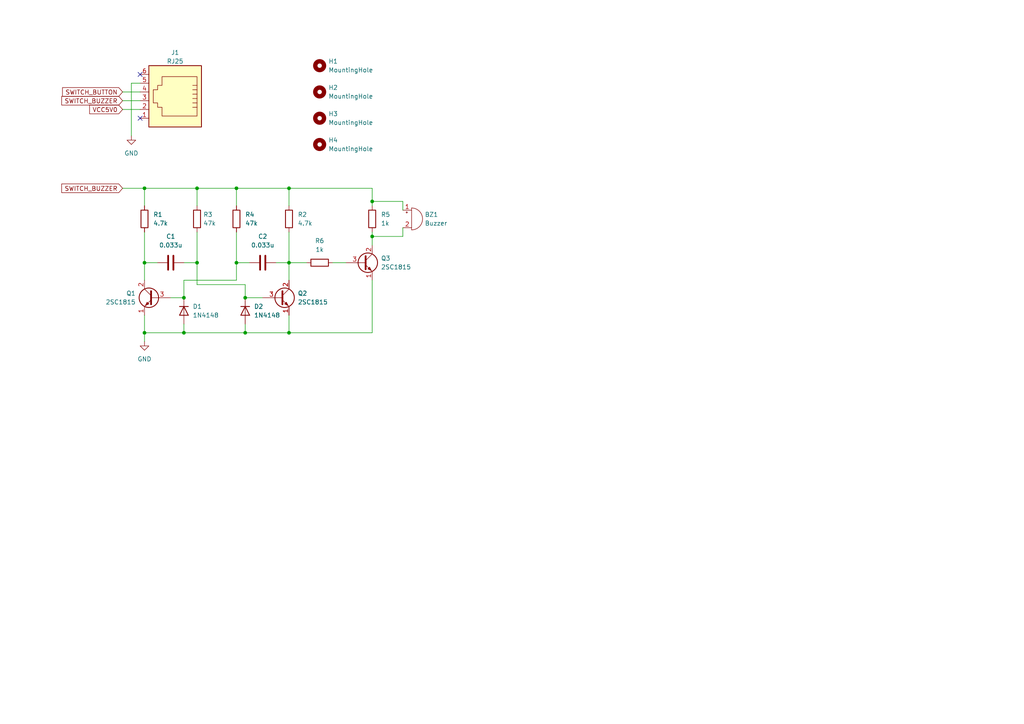
<source format=kicad_sch>
(kicad_sch (version 20230121) (generator eeschema)
  (paper "A4")
  (lib_symbols
    (symbol "Connector:RJ25" (pin_names (offset 1.016))
      (property "Reference" "J" (at -5.08 11.43 0))
      (property "Value" "RJ25" (at 2.54 11.43 0))
      (symbol "RJ25_0_1"
        (polyline (pts (xy -6.35 -1.905) (xy -5.08 -1.905) (xy -5.08 -1.905)))
        (polyline (pts (xy -6.35 -0.635) (xy -5.08 -0.635) (xy -5.08 -0.635)))
        (polyline (pts (xy -6.35 0.635) (xy -5.08 0.635) (xy -5.08 0.635)))
        (polyline (pts (xy -6.35 1.905) (xy -5.08 1.905) (xy -5.08 1.905)))
        (polyline (pts (xy -6.35 3.175) (xy -5.08 3.175) (xy -5.08 3.175)))
        (polyline (pts (xy -5.08 4.445) (xy -6.35 4.445) (xy -6.35 4.445)))
        (polyline (pts (xy -6.35 -4.445) (xy -6.35 6.985) (xy 3.81 6.985) (xy 3.81 4.445) (xy 5.08 4.445) (xy 5.08 3.175) (xy 6.35 3.175) (xy 6.35 -0.635) (xy 5.08 -0.635) (xy 5.08 -1.905) (xy 3.81 -1.905) (xy 3.81 -4.445) (xy -6.35 -4.445) (xy -6.35 -4.445)))
        (rectangle (start 7.62 10.16) (end -7.62 -7.62) (stroke (width 0.254)) (fill (type background)))
      )
      (symbol "RJ25_1_1"
        (pin passive line (at 10.16 -5.08 180) (length 2.54) (name "~") (number "1"))
        (pin passive line (at 10.16 -2.54 180) (length 2.54) (name "~") (number "2"))
        (pin passive line (at 10.16 0 180) (length 2.54) (name "~") (number "3"))
        (pin passive line (at 10.16 2.54 180) (length 2.54) (name "~") (number "4"))
        (pin passive line (at 10.16 5.08 180) (length 2.54) (name "~") (number "5"))
        (pin passive line (at 10.16 7.62 180) (length 2.54) (name "~") (number "6"))
      )
    )
    (symbol "Device:Buzzer" (pin_names (offset 0.0254) hide)
      (property "Reference" "BZ" (at 3.81 1.27 0))
      (property "Value" "Buzzer" (at 3.81 -1.27 0))
      (symbol "Buzzer_0_1"
        (arc (start 0 -3.175) (mid 3.1612 0) (end 0 3.175))
        (polyline (pts (xy -1.651 1.905) (xy -1.143 1.905)))
        (polyline (pts (xy -1.397 2.159) (xy -1.397 1.651)))
        (polyline (pts (xy 0 3.175) (xy 0 -3.175)))
      )
      (symbol "Buzzer_1_1"
        (pin passive line (at -2.54 2.54 0) (length 2.54) (name "+") (number "1"))
        (pin passive line (at -2.54 -2.54 0) (length 2.54) (name "-") (number "2"))
      )
    )
    (symbol "Device:C" (pin_numbers hide) (pin_names (offset 0.254))
      (property "Reference" "C" (at 0.635 2.54 0))
      (property "Value" "C" (at 0.635 -2.54 0))
      (symbol "C_0_1"
        (polyline (pts (xy -2.032 -0.762) (xy 2.032 -0.762)) (stroke (width 0.508)))
        (polyline (pts (xy -2.032 0.762) (xy 2.032 0.762)) (stroke (width 0.508)))
      )
      (symbol "C_1_1"
        (pin passive line (at 0 3.81 270) (length 2.794) (name "~") (number "1"))
        (pin passive line (at 0 -3.81 90) (length 2.794) (name "~") (number "2"))
      )
    )
    (symbol "Device:R" (pin_numbers hide) (pin_names (offset 0))
      (property "Reference" "R" (at 2.032 0 90))
      (property "Value" "R" (at 0 0 90))
      (symbol "R_0_1"
        (rectangle (start -1.016 -2.54) (end 1.016 2.54) (stroke (width 0.254)))
      )
      (symbol "R_1_1"
        (pin passive line (at 0 3.81 270) (length 1.27) (name "~") (number "1"))
        (pin passive line (at 0 -3.81 90) (length 1.27) (name "~") (number "2"))
      )
    )
    (symbol "Diode:1N4148" (pin_numbers hide) (pin_names hide)
      (property "Reference" "D" (at 0 2.54 0))
      (property "Value" "1N4148" (at 0 -2.54 0))
      (symbol "1N4148_0_1"
        (polyline (pts (xy -1.27 1.27) (xy -1.27 -1.27)) (stroke (width 0.254)))
        (polyline (pts (xy 1.27 0) (xy -1.27 0)))
        (polyline (pts (xy 1.27 1.27) (xy 1.27 -1.27) (xy -1.27 0) (xy 1.27 1.27)) (stroke (width 0.254)))
      )
      (symbol "1N4148_1_1"
        (pin passive line (at -3.81 0 0) (length 2.54) (name "K") (number "1"))
        (pin passive line (at 3.81 0 180) (length 2.54) (name "A") (number "2"))
      )
    )
    (symbol "Mechanical:MountingHole" (pin_names (offset 1.016))
      (property "Reference" "H" (at 0 5.08 0))
      (property "Value" "MountingHole" (at 0 3.175 0))
      (symbol "MountingHole_0_1"
        (circle (center 0 0) (radius 1.27) (stroke (width 1.27)))
      )
    )
    (symbol "Transistor_BJT:2SC1815" (pin_names (offset 0) hide)
      (property "Reference" "Q" (at 5.08 1.905 0))
      (property "Value" "2SC1815" (at 5.08 0 0))
      (symbol "2SC1815_0_1"
        (polyline (pts (xy 0 0) (xy 0.508 0)))
        (polyline (pts (xy 0.635 0.635) (xy 2.54 2.54)))
        (polyline (pts (xy 0.635 -0.635) (xy 2.54 -2.54) (xy 2.54 -2.54)))
        (polyline (pts (xy 0.635 1.905) (xy 0.635 -1.905) (xy 0.635 -1.905)) (stroke (width 0.508)))
        (polyline (pts (xy 1.27 -1.778) (xy 1.778 -1.27) (xy 2.286 -2.286) (xy 1.27 -1.778) (xy 1.27 -1.778)) (fill (type outline)))
        (circle (center 1.27 0) (radius 2.8194) (stroke (width 0.254)))
      )
      (symbol "2SC1815_1_1"
        (pin passive line (at 2.54 -5.08 90) (length 2.54) (name "E") (number "1"))
        (pin passive line (at 2.54 5.08 270) (length 2.54) (name "C") (number "2"))
        (pin input line (at -5.08 0 0) (length 5.08) (name "B") (number "3"))
      )
    )
    (symbol "power:GND" (power) (pin_names (offset 0))
      (property "Value" "GND" (at 0 -3.81 0))
      (symbol "GND_0_1"
        (polyline (pts (xy 0 0) (xy 0 -1.27) (xy 1.27 -1.27) (xy 0 -2.54) (xy -1.27 -1.27) (xy 0 -1.27)))
      )
      (symbol "GND_1_1"
        (pin power_in line (at 0 0 270) (length 0) hide (name "GND") (number "1"))
      )
    )
  )
  (junction (at 83.82 96.52))
  (junction (at 53.34 96.52))
  (junction (at 41.91 76.2))
  (junction (at 68.58 76.2))
  (junction (at 71.12 96.52))
  (junction (at 83.82 76.2))
  (junction (at 68.58 54.61))
  (junction (at 57.15 54.61))
  (junction (at 41.91 54.61))
  (junction (at 83.82 54.61))
  (junction (at 41.91 96.52))
  (junction (at 107.95 58.42))
  (junction (at 53.34 86.36))
  (junction (at 71.12 86.36))
  (junction (at 107.95 68.58))
  (junction (at 57.15 76.2))
  (no_connect (at 40.64 21.59))
  (no_connect (at 40.64 34.29))
  (wire (pts (xy 100.33 76.2) (xy 96.52 76.2)))
  (wire (pts (xy 53.34 81.28) (xy 68.58 81.28)))
  (wire (pts (xy 116.84 60.96) (xy 116.84 58.42)))
  (wire (pts (xy 71.12 93.98) (xy 71.12 96.52)))
  (wire (pts (xy 35.56 29.21) (xy 40.64 29.21)))
  (wire (pts (xy 57.15 76.2) (xy 57.15 82.55)))
  (wire (pts (xy 38.1 24.13) (xy 38.1 39.37)))
  (wire (pts (xy 53.34 93.98) (xy 53.34 96.52)))
  (wire (pts (xy 68.58 67.31) (xy 68.58 76.2)))
  (wire (pts (xy 107.95 68.58) (xy 116.84 68.58)))
  (wire (pts (xy 35.56 26.67) (xy 40.64 26.67)))
  (wire (pts (xy 71.12 96.52) (xy 53.34 96.52)))
  (wire (pts (xy 57.15 67.31) (xy 57.15 76.2)))
  (wire (pts (xy 83.82 67.31) (xy 83.82 76.2)))
  (wire (pts (xy 41.91 67.31) (xy 41.91 76.2)))
  (wire (pts (xy 107.95 67.31) (xy 107.95 68.58)))
  (wire (pts (xy 83.82 54.61) (xy 83.82 59.69)))
  (wire (pts (xy 107.95 96.52) (xy 107.95 81.28)))
  (wire (pts (xy 83.82 96.52) (xy 71.12 96.52)))
  (wire (pts (xy 71.12 86.36) (xy 76.2 86.36)))
  (wire (pts (xy 116.84 66.04) (xy 116.84 68.58)))
  (wire (pts (xy 83.82 54.61) (xy 107.95 54.61)))
  (wire (pts (xy 80.01 76.2) (xy 83.82 76.2)))
  (wire (pts (xy 35.56 54.61) (xy 41.91 54.61)))
  (wire (pts (xy 35.56 31.75) (xy 40.64 31.75)))
  (wire (pts (xy 45.72 76.2) (xy 41.91 76.2)))
  (wire (pts (xy 83.82 76.2) (xy 83.82 81.28)))
  (wire (pts (xy 53.34 96.52) (xy 41.91 96.52)))
  (wire (pts (xy 57.15 54.61) (xy 57.15 59.69)))
  (wire (pts (xy 41.91 54.61) (xy 57.15 54.61)))
  (wire (pts (xy 107.95 68.58) (xy 107.95 71.12)))
  (wire (pts (xy 57.15 54.61) (xy 68.58 54.61)))
  (wire (pts (xy 68.58 76.2) (xy 72.39 76.2)))
  (wire (pts (xy 107.95 54.61) (xy 107.95 58.42)))
  (wire (pts (xy 41.91 76.2) (xy 41.91 81.28)))
  (wire (pts (xy 68.58 76.2) (xy 68.58 81.28)))
  (wire (pts (xy 107.95 58.42) (xy 107.95 59.69)))
  (wire (pts (xy 83.82 76.2) (xy 88.9 76.2)))
  (wire (pts (xy 68.58 54.61) (xy 68.58 59.69)))
  (wire (pts (xy 41.91 96.52) (xy 41.91 91.44)))
  (wire (pts (xy 71.12 82.55) (xy 57.15 82.55)))
  (wire (pts (xy 83.82 96.52) (xy 107.95 96.52)))
  (wire (pts (xy 49.53 86.36) (xy 53.34 86.36)))
  (wire (pts (xy 68.58 54.61) (xy 83.82 54.61)))
  (wire (pts (xy 53.34 76.2) (xy 57.15 76.2)))
  (wire (pts (xy 53.34 86.36) (xy 53.34 81.28)))
  (wire (pts (xy 41.91 99.06) (xy 41.91 96.52)))
  (wire (pts (xy 38.1 24.13) (xy 40.64 24.13)))
  (wire (pts (xy 107.95 58.42) (xy 116.84 58.42)))
  (wire (pts (xy 83.82 91.44) (xy 83.82 96.52)))
  (wire (pts (xy 71.12 86.36) (xy 71.12 82.55)))
  (wire (pts (xy 41.91 54.61) (xy 41.91 59.69)))
  (global_label "VCC5V0" (shape input) (at 35.56 31.75 180) (property "Intersheetrefs" "${INTERSHEET_REFS}" (effects hide)))
  (global_label "SWITCH_BUTTON" (shape input) (at 35.56 26.67 180) (property "Intersheetrefs" "${INTERSHEET_REFS}" (effects hide)))
  (global_label "SWITCH_BUZZER" (shape input) (at 35.56 29.21 180) (property "Intersheetrefs" "${INTERSHEET_REFS}" (effects hide)))
  (global_label "SWITCH_BUZZER" (shape input) (at 35.56 54.61 180) (property "Intersheetrefs" "${INTERSHEET_REFS}" (effects hide)))
  (symbol (lib_id "Mechanical:MountingHole") (at 92.71 26.67 0) (unit 1)
    (property "Reference" "H2" (at 95.25 25.4 0) (effects (justify left)))
    (property "Value" "MountingHole" (at 95.25 27.94 0) (effects (justify left)))
    (property "Footprint" "MountingHole:MountingHole_3.2mm_M3" (effects hide))
  )
  (symbol (lib_id "Device:R") (at 68.58 63.5 0) (unit 1)
    (property "Reference" "R4" (at 71.12 62.23 0) (effects (justify left)))
    (property "Value" "47k" (at 71.12 64.77 0) (effects (justify left)))
    (property "Footprint" "Resistor_THT:R_Axial_DIN0207_L6.3mm_D2.5mm_P7.62mm_Horizontal" (effects hide))
  )
  (symbol (lib_id "Device:R") (at 57.15 63.5 0) (unit 1)
    (property "Reference" "R3" (at 58.9603 62.23 0) (effects (justify left)))
    (property "Value" "47k" (at 58.9603 64.77 0) (effects (justify left)))
    (property "Footprint" "Resistor_THT:R_Axial_DIN0207_L6.3mm_D2.5mm_P7.62mm_Horizontal" (effects hide))
  )
  (symbol (lib_id "Diode:1N4148") (at 71.12 90.17 270) (unit 1)
    (property "Reference" "D2" (at 73.66 88.9 90) (effects (justify left)))
    (property "Value" "1N4148" (at 73.66 91.44 90) (effects (justify left)))
    (property "Footprint" "Diode_THT:D_DO-35_SOD27_P7.62mm_Horizontal" (effects hide))
    (property "Datasheet" "https://assets.nexperia.com/documents/data-sheet/1N4148_1N4448.pdf" (effects hide))
    (property "Sim.Device" "D" (effects hide))
    (property "Sim.Pins" "1=K 2=A" (effects hide))
  )
  (symbol (lib_id "Device:R") (at 83.82 63.5 0) (unit 1)
    (property "Reference" "R2" (at 86.36 62.23 0) (effects (justify left)))
    (property "Value" "4.7k" (at 86.36 64.77 0) (effects (justify left)))
    (property "Footprint" "Resistor_THT:R_Axial_DIN0207_L6.3mm_D2.5mm_P7.62mm_Horizontal" (effects hide))
  )
  (symbol (lib_id "Mechanical:MountingHole") (at 92.71 19.05 0) (unit 1)
    (property "Reference" "H1" (at 95.25 17.78 0) (effects (justify left)))
    (property "Value" "MountingHole" (at 95.25 20.32 0) (effects (justify left)))
    (property "Footprint" "MountingHole:MountingHole_3.2mm_M3" (effects hide))
  )
  (symbol (lib_id "Transistor_BJT:2SC1815") (at 44.45 86.36 0) (mirror y) (unit 1)
    (property "Reference" "Q1" (at 39.37 85.09 0) (effects (justify left)))
    (property "Value" "2SC1815" (at 39.37 87.63 0) (effects (justify left)))
    (property "Footprint" "Package_TO_SOT_THT:TO-92_Inline" (effects hide))
    (property "Datasheet" "https://media.digikey.com/pdf/Data%20Sheets/Toshiba%20PDFs/2SC1815.pdf" (effects hide))
  )
  (symbol (lib_id "Device:R") (at 107.95 63.5 0) (unit 1)
    (property "Reference" "R5" (at 110.49 62.23 0) (effects (justify left)))
    (property "Value" "1k" (at 110.49 64.77 0) (effects (justify left)))
    (property "Footprint" "Resistor_THT:R_Axial_DIN0207_L6.3mm_D2.5mm_P7.62mm_Horizontal" (effects hide))
  )
  (symbol (lib_id "power:GND") (at 38.1 39.37 0) (unit 1)
    (property "Reference" "#PWR02" (effects hide))
    (property "Value" "GND" (at 38.1 44.45 0))
  )
  (symbol (lib_id "Connector:RJ25") (at 50.8 29.21 0) (mirror y) (unit 1)
    (property "Reference" "J1" (at 50.8 15.24 0))
    (property "Value" "RJ25" (at 50.8 17.78 0))
    (property "Footprint" "Connector_RJ:RJ25_Wayconn_MJEA-660X1_Horizontal" (effects hide))
  )
  (symbol (lib_id "Device:Buzzer") (at 119.38 63.5 0) (unit 1)
    (property "Reference" "BZ1" (at 123.19 62.23 0) (effects (justify left)))
    (property "Value" "Buzzer" (at 123.19 64.77 0) (effects (justify left)))
    (property "Footprint" "Buzzer_Beeper:Buzzer_15x7.5RM7.6" (effects hide))
  )
  (symbol (lib_id "Mechanical:MountingHole") (at 92.71 34.29 0) (unit 1)
    (property "Reference" "H3" (at 95.25 33.02 0) (effects (justify left)))
    (property "Value" "MountingHole" (at 95.25 35.56 0) (effects (justify left)))
    (property "Footprint" "MountingHole:MountingHole_3.2mm_M3" (effects hide))
  )
  (symbol (lib_id "Device:R") (at 41.91 63.5 0) (unit 1)
    (property "Reference" "R1" (at 44.45 62.23 0) (effects (justify left)))
    (property "Value" "4.7k" (at 44.45 64.77 0) (effects (justify left)))
    (property "Footprint" "Resistor_THT:R_Axial_DIN0207_L6.3mm_D2.5mm_P7.62mm_Horizontal" (effects hide))
  )
  (symbol (lib_id "Transistor_BJT:2SC1815") (at 105.41 76.2 0) (unit 1)
    (property "Reference" "Q3" (at 110.49 74.93 0) (effects (justify left)))
    (property "Value" "2SC1815" (at 110.49 77.47 0) (effects (justify left)))
    (property "Footprint" "Package_TO_SOT_THT:TO-92_Inline" (effects hide))
    (property "Datasheet" "https://media.digikey.com/pdf/Data%20Sheets/Toshiba%20PDFs/2SC1815.pdf" (effects hide))
  )
  (symbol (lib_id "Transistor_BJT:2SC1815") (at 81.28 86.36 0) (unit 1)
    (property "Reference" "Q2" (at 86.36 85.09 0) (effects (justify left)))
    (property "Value" "2SC1815" (at 86.36 87.63 0) (effects (justify left)))
    (property "Footprint" "Package_TO_SOT_THT:TO-92_Inline" (effects hide))
    (property "Datasheet" "https://media.digikey.com/pdf/Data%20Sheets/Toshiba%20PDFs/2SC1815.pdf" (effects hide))
  )
  (symbol (lib_id "power:GND") (at 41.91 99.06 0) (unit 1)
    (property "Reference" "#PWR01" (effects hide))
    (property "Value" "GND" (at 41.91 104.14 0))
  )
  (symbol (lib_id "Device:C") (at 76.2 76.2 270) (unit 1)
    (property "Reference" "C2" (at 76.2 68.58 90))
    (property "Value" "0.033u" (at 76.2 71.12 90))
    (property "Footprint" "Capacitor_THT:C_Axial_L5.1mm_D3.1mm_P7.50mm_Horizontal" (effects hide))
  )
  (symbol (lib_id "Mechanical:MountingHole") (at 92.71 41.91 0) (unit 1)
    (property "Reference" "H4" (at 95.25 40.64 0) (effects (justify left)))
    (property "Value" "MountingHole" (at 95.25 43.18 0) (effects (justify left)))
    (property "Footprint" "MountingHole:MountingHole_3.2mm_M3" (effects hide))
  )
  (symbol (lib_id "Device:C") (at 49.53 76.2 270) (unit 1)
    (property "Reference" "C1" (at 49.53 68.58 90))
    (property "Value" "0.033u" (at 49.53 71.12 90))
    (property "Footprint" "Capacitor_THT:C_Axial_L5.1mm_D3.1mm_P7.50mm_Horizontal" (effects hide))
  )
  (symbol (lib_id "Device:R") (at 92.71 76.2 270) (unit 1)
    (property "Reference" "R6" (at 92.71 69.85 90))
    (property "Value" "1k" (at 92.71 72.39 90))
    (property "Footprint" "Resistor_THT:R_Axial_DIN0207_L6.3mm_D2.5mm_P7.62mm_Horizontal" (effects hide))
  )
  (symbol (lib_id "Diode:1N4148") (at 53.34 90.17 270) (unit 1)
    (property "Reference" "D1" (at 55.88 88.9 90) (effects (justify left)))
    (property "Value" "1N4148" (at 55.88 91.44 90) (effects (justify left)))
    (property "Footprint" "Diode_THT:D_DO-35_SOD27_P7.62mm_Horizontal" (effects hide))
    (property "Datasheet" "https://assets.nexperia.com/documents/data-sheet/1N4148_1N4448.pdf" (effects hide))
    (property "Sim.Device" "D" (effects hide))
    (property "Sim.Pins" "1=K 2=A" (effects hide))
  )
)
</source>
